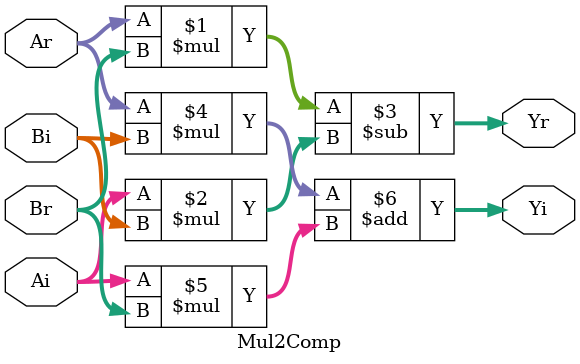
<source format=v>


//commented only temporarily
module test_fft8(/*Ter0,Ter1,Ter2,Ter3,Ter4,Ter5,Ter6,Ter7,
Tei0,Tei1,Tei2,Tei3,Tei4,Tei5,Tei6,Tei7*/
);

	reg signed [11:0]  Te1;
	reg signed [11:0]  Te2;
	reg signed [11:0]  Te3;
	reg signed [11:0]  Te4;
	reg signed [11:0]  Te5;
	reg signed [11:0]  Te6;
	reg signed [11:0]  Te7;
	reg signed [11:0]  Te8;

	/*output*/  wire signed [11:0]  Ter0;
	/*output*/  wire signed [11:0]  Ter1;
	/*output*/  wire signed [11:0]  Ter2;
	/*output*/  wire signed [11:0]  Ter3;
	/*output*/  wire signed [11:0]  Ter4;
	/*output*/  wire signed [11:0]  Ter5;
	/*output*/  wire signed [11:0]  Ter6;
	/*output*/  wire signed [11:0]  Ter7;
	/*output*/  wire signed [11:0]  Tei0;
	/*output*/  wire signed [11:0]  Tei1;
	/*output*/  wire signed [11:0]  Tei2;
	/*output*/  wire signed [11:0]  Tei3;
	/*output*/  wire signed [11:0]  Tei4;
	/*output*/  wire signed [11:0]  Tei5;
	/*output*/  wire signed [11:0]  Tei6;
	/*output*/  wire signed [11:0]  Tei7;
	

	/*for getting the magnitudes of the numbers*/
	/*output*/  wire signed [11:0]  MagnitudeT1;
	/*output*/  wire signed [11:0]  MagnitudeT2;
	/*output*/  wire signed [11:0]  MagnitudeT3;
	/*output*/  wire signed [11:0]  MagnitudeT4;
	/*output*/  wire signed [11:0]  MagnitudeT5;
	/*output*/  wire signed [11:0]  MagnitudeT6;
	/*output*/  wire signed [11:0]  MagnitudeT7;
	/*output*/  wire signed [11:0]  MagnitudeT8;


	fft8 m0(
	.Ar0(Te1),.Ar1(Te2),.Ar2(Te3),.Ar3(Te4),.Ar4(Te5),.Ar5(Te6),.Ar6(Te7),.Ar7(Te8),
	.Yr0(Ter0),.Yr1(Ter1),.Yr2(Ter2),.Yr3(Ter3),.Yr4(Ter4),.Yr5(Ter5),.Yr6(Ter6),.Yr7(Ter7),
	.Yi0(Tei0),.Yi1(Tei1),.Yi2(Tei2),.Yi3(Tei3),.Yi4(Tei4),.Yi5(Tei5),.Yi6(Tei6),.Yi7(Tei7),
	.StoreMag1(MagnitudeT1),.StoreMag2(MagnitudeT2),.StoreMag3(MagnitudeT3),.StoreMag4(MagnitudeT4),.StoreMag5(MagnitudeT5),.StoreMag6(MagnitudeT6),.StoreMag7(MagnitudeT7),.StoreMag8(MagnitudeT8)
	);
	/*testing*/
	initial begin
	Te1=12'd10;
	Te2=12'd5;
	Te3=-12'd10;
	Te4=12'd12;	
	Te5=-12'd15;	
	Te6=12'd14;
	Te7=12'd0;
	Te8=-12'd9;

	#5$display("The values of input are %3d , %3d , %3d , %3d , %3d , %3d , %3d , %3d and the values of the ouputs are %3d+%3di , %3d+%3di , %3d+%3di , %3d+%3di , %3d+%3di , %3d+%3di , %3d+%3di , %3d+%3di ",Te1,Te2,Te3,Te4,Te5,Te6,Te7,Te8,Ter0,Tei0,Ter1,Tei1,Ter2,Tei2,Ter3,Tei3,Ter4,Tei4,Ter5,Tei5,Ter6,Tei6,Ter7,Tei7);
	#10$display("The magnitudes of the outputs are %3d,%3d,%3d,%3d,%3d,%3d,%3d,%3d\n ",MagnitudeT1,MagnitudeT2,MagnitudeT3,MagnitudeT4,MagnitudeT5,MagnitudeT6,MagnitudeT7,MagnitudeT8);
	end
	/*testing*/

endmodule

module fft8(
Ar0,Ar1,Ar2,Ar3,Ar4,Ar5,Ar6,Ar7,//real parts , inputs will always be real
Yr0,Yr1,Yr2,Yr3,Yr4,Yr5,Yr6,Yr7,//real parts
Yi0,Yi1,Yi2,Yi3,Yi4,Yi5,Yi6,Yi7,
StoreMag1,StoreMag2,StoreMag3,StoreMag4,StoreMag5,StoreMag6,StoreMag7,StoreMag8
);	
	parameter TEN=12'd10;//changed:added signed coz division was going wrong
	//no effect of adding signed
	//removing + and seeing:no use

	/*inputs will be real*/
	input  wire signed [11:0]  Ar0;
	input  wire signed [11:0]  Ar1;
	input  wire signed [11:0]  Ar2;
	input  wire signed [11:0]  Ar3;
	input  wire signed [11:0]  Ar4;
	input  wire signed [11:0]  Ar5;
	input  wire signed [11:0]  Ar6;
	input  wire signed [11:0]  Ar7;

	output  [11:0] StoreMag1;
	output  [11:0] StoreMag2;
	output  [11:0] StoreMag3;
	output  [11:0] StoreMag4;
	output  [11:0] StoreMag5;
	output  [11:0] StoreMag6;
	output  [11:0] StoreMag7;
	output  [11:0] StoreMag8;

	output  wire signed [11:0]  Yr0;
	output  wire signed [11:0]  Yr1;
	output  wire signed [11:0]  Yr2;
	output  wire signed [11:0]  Yr3;
	output  wire signed [11:0]  Yr4;
	output  wire signed [11:0]  Yr5;
	output  wire signed [11:0]  Yr6;
	output  wire signed [11:0]  Yr7;
	output  wire signed [11:0]  Yi0;
	output  wire signed [11:0]  Yi1;
	output  wire signed [11:0]  Yi2;
	output  wire signed [11:0]  Yi3;
	output  wire signed [11:0]  Yi4;
	output  wire signed [11:0]  Yi5;
	output  wire signed [11:0]  Yi6;
	output  wire signed [11:0]  Yi7;
	
	/*These are 4 of the 8th roots of unity*/
	reg signed [11:0] Wr0=12'd10;//W0 is 1+0i multiplied by 10
	reg signed [11:0] Wi0=12'd0;
	reg signed [11:0] Wr1=12'd7;//W1 is 0.7+0.7i multiplied by 10
	reg signed [11:0] Wi1=12'd7;
	reg signed [11:0] Wr2=12'd0;//W2 is 0+1i multiplied by 10
	reg signed [11:0] Wi2=12'd10;
	reg signed [11:0] Wr3= -12'd7;//W3 is -0.7+0.7i multiplied by 10
	reg signed [11:0] Wi3=12'd7;

	//variables in which return values of 4point fft will be stored 
	//this is for 1st 4 point fft output
	wire signed [11:0] Sr0;//S for store
	wire signed [11:0] Si0;
	wire signed [11:0] Sr1;//
	wire signed [11:0] Si1;
	wire signed [11:0] Sr2;//
	wire signed [11:0] Si2;
	wire signed [11:0] Sr3;//
	wire signed [11:0] Si3;

	wire signed [11:0] Qr0;//Q for store
	wire signed [11:0] Qi0;
	wire signed [11:0] Qr1;//
	wire signed [11:0] Qi1;
	wire signed [11:0] Qr2;//
	wire signed [11:0] Qi2;
	wire signed [11:0] Qr3;//
	wire signed [11:0] Qi3;


	//possibility of making it unsigned????????
	wire [11:0] StoreMag1;
	wire [11:0] StoreMag2;
	wire [11:0] StoreMag3;
	wire [11:0] StoreMag4;
	wire [11:0] StoreMag5;
	wire [11:0] StoreMag6;
	wire [11:0] StoreMag7;
	wire [11:0] StoreMag8;


	//for storing the value of multiplication of w and ouput of second 4point fft
	wire signed [11:0] Mr0;//Q for store
	wire signed [11:0] Mi0;
	wire signed [11:0] Mr1;//
	wire signed [11:0] Mi1;
	wire signed [11:0] Mr2;//
	wire signed [11:0] Mi2;
	wire signed [11:0] Mr3;//
	wire signed [11:0] Mi3;

	wire [11:0] modulusNumber;//testing

	//COu is C output , CIn is C Input
	//r stands for real and i for imaginary
	fft4 u0(
	.Cin0(Ar0),.Cin1(Ar2),.Cin2(Ar4),.Cin3(Ar6),
	/*these are the 4 (imaginary and real parts)outputs from the first 4point fft*/
	.COur0(Sr0),.COur1(Sr1),.COur2(Sr2),.COur3(Sr3),// it is COu for C Ouutput
	.COui0(Si0),.COui1(Si1),.COui2(Si2),.COui3(Si3)
	);
	fft4 u1(
	.Cin0(Ar1),.Cin1(Ar3),.Cin2(Ar5),.Cin3(Ar7),
	/*these are the 4 (imaginary and real parts)outputs from the second 4point fft*/
	.COur0(Qr0),.COur1(Qr1),.COur2(Qr2),.COur3(Qr3),
	.COui0(Qi0),.COui1(Qi1),.COui2(Qi2),.COui3(Qi3)
	);
	
	/*testing*/
	/*always@(*) begin
	$display("1st 4 point fft with input %d,%d,%d,%d gives output %d+%di,%d+%di,%d+%di,%d+%di\n",Ar0,Ar2,Ar4,Ar6,Sr0,Si0,Sr1,Si1,Sr2,Si2,Sr3,Si3);
	
	$display("2nd 4 point fft with input %d,%d,%d,%d gives output %d+%di,%d+%di,%d+%di,%d+%di\n",Ar1,Ar3,Ar5,Ar7,Qr0,Qi0,Qr1,Qi1,Qr2,Qi2,Qr3,Qi3);
	end*/
	/*testing*/

	//??????????????????Multiplying by 10???????????????????? before the complex multiplication?
	/*i dont think there is a necessity to multiply ouput of 2nd
	4point fft by 10 since we are already multiplying 10 to Ws
	and those get multiplied with the outputs */
	Mul2Comp w0(
	.Ar(Wr0),.Ai(Wi0),
	.Br(Qr0),.Bi(Qi0),
	.Yr(Mr0),.Yi(Mi0)
	);

	Mul2Comp w1(
	.Ar(Wr1),.Ai(Wi1),
	.Br(Qr1),.Bi(Qi1),
	.Yr(Mr1),.Yi(Mi1)
	);

	Mul2Comp w2(
	.Ar(Wr2),.Ai(Wi2),
	.Br(Qr2),.Bi(Qi2),
	.Yr(Mr2),.Yi(Mi2)
	);

	Mul2Comp w3(
	.Ar(Wr3),.Ai(Wi3),
	.Br(Qr3),.Bi(Qi3),
	.Yr(Mr3),.Yi(Mi3)
	);
	
	/*testing*/
	/*always@(*) begin
	$display("Multiplying complex roots in 8 point fft\n");
	$display("Multiplication of %d+%di and %d+%di gives %d+%di\n",Wr0,Wi0,Qr0,Qi0,Mr0,Mi0);
	$display("Multiplication of %d+%di and %d+%di gives %d+%di\n",Wr1,Wi1,Qr1,Qi1,Mr1,Mi1);
	$display("Multiplication of %d+%di and %d+%di gives %d+%di\n",Wr2,Wi2,Qr2,Qi2,Mr2,Mi2);
	$display("Multiplication of %d+%di and %d+%di gives %d+%di\n",Wr3,Wi3,Qr3,Qi3,Mr3,Mi3);
	end*/
	/*testing*/

	/*execution time can be minimised by storing values of Sr0,...Si3*/
	assign Yr0=(Sr0*TEN)+Mr0;
	assign Yi0=(Si0*TEN)+Mi0;
	assign Yr1=(Sr1*TEN)+Mr1;
	assign Yi1=(Si1*TEN)+Mi1;
	assign Yr2=(Sr2*TEN)+Mr2;
	assign Yi2=(Si2*TEN)+Mi2;
	assign Yr3=(Sr3*TEN)+Mr3;
	assign Yi3=(Si3*TEN)+Mi3;

	assign Yr4=(Sr0*TEN)-Mr0;
	assign Yi4=(Si0*TEN)-Mi0;
	assign Yr5=(Sr1*TEN)-Mr1;
	assign Yi5=(Si1*TEN)-Mi1;
	assign Yr6=(Sr2*TEN)-Mr2;
	assign Yi6=(Si2*TEN)-Mi2;
	assign Yr7=(Sr3*TEN)-Mr3;
	assign Yi7=(Si3*TEN)-Mi3;

	/*testing*/
	/*always@(*) begin
	$display("The final stage calculations and outputs are as follows:\n");
	$display("%d+%di and %d+%di gives %d+%di\n",Sr0,Si0,Mr0,Mi0,Yr0,Yi0);
	$display("%d+%di and %d+%di gives %d+%di\n",Sr1,Si1,Mr1,Mi1,Yr1,Yi1);
	$display("%d+%di and %d+%di gives %d+%di\n",Sr2,Si2,Mr2,Mi2,Yr2,Yi2);
	$display("%d+%di 
	$display("%d+%di and %d+%di gives %d+%di\n",Sr0,Si0,Mr0,Mi0,Yr4,Yi4);
	$display("%d+%di and %d+%di gives %d+%di\n",Sr1,Si1,Mr0,Mi0,Yr5,Yi5);
	$display("%d+%di and %d+%di gives %d+%di\n",Sr2,Si2,Mr0,Mi0,Yr6,Yi6);
	$display("%d+%di and %d+%di gives %d+%di\n",Sr3,Si3,Mr0,Mi0,Yr6,Yi6);
	end*/
	/*testing*/



	/*i will divide the numbers by 10 after fft8 is done*/	
	/*coz i have to take modulus by squaring and then i will*/
	/*take the square roots , so for all these operations*/
	/*making the number smaller is necessary or the number will overflow*/

	//dividing by 10 yielded 1 for 1.6 as the number why ???????????????????
	assign StoreMag1=((Yr0/TEN)*(Yr0/TEN))+((Yi0/TEN)*(Yi0/TEN));
	assign StoreMag2=((Yr1/TEN)*(Yr1/TEN))+((Yi1/TEN)*(Yi1/TEN));
	assign StoreMag3=((Yr2/TEN)*(Yr2/TEN))+((Yi2/TEN)*(Yi2/TEN));
	assign StoreMag4=((Yr3/TEN)*(Yr3/TEN))+((Yi3/TEN)*(Yi3/TEN));
	assign StoreMag5=((Yr4/TEN)*(Yr4/TEN))+((Yi4/TEN)*(Yi4/TEN));
	assign StoreMag6=((Yr5/TEN)*(Yr5/TEN))+((Yi5/TEN)*(Yi5/TEN));
	assign StoreMag7=((Yr6/TEN)*(Yr6/TEN))+((Yi6/TEN)*(Yi6/TEN));
	assign StoreMag8=((Yr7/TEN)*(Yr7/TEN))+((Yi7/TEN)*(Yi7/TEN));

	//testing
	initial begin
	#30 $display("Value of Square of Yr6 is %d\n",(Yr6/TEN)*(Yr6/TEN));
	#10 $display("Value of Square of Yi6 is %d\n",(Yi6/TEN)*(Yi6/TEN));
	#10 $display("Value of Square of Yi6/TEN is %d\n",modulusNumber/TEN);//adding signed and seing
	//writing 10 as a number and seeing:no use
	end


endmodule

/*.Cin0(Ar1),.Cin1(Ar3),.Cin2(Ar5),.Cin3(Ar7),
	these are the 4 (imaginary and real parts)outputs from the second 4point fft
	.COur0(Qr0),.COur1(Qr1),.COur2(Qr2),.COur3(Qr3),
	.COui0(Qi0),.COui1(Qi1),.COui2(Qi2),.COui3(Qi3)*/
/*to see what variables are needed for fft4*/

module fft4(
Cin0,Cin1,Cin2,Cin3,
COur0,COur1,COur2,COur3,
COui0,COui1,COui2,COui3
);
	input signed [11:0] Cin0;
	input signed [11:0] Cin1;
	input signed [11:0] Cin2;
	input signed [11:0] Cin3;
	
	wire [11:0] Cin0;
	wire [11:0] Cin1;
	wire [11:0] Cin2;
	wire [11:0] Cin3;


	output signed [11:0] COur0;
	output signed [11:0] COur1;
	output signed [11:0] COur2;
	output signed [11:0] COur3;
	output signed [11:0] COui0;
	output signed [11:0] COui1;
	output signed [11:0] COui2;
	output signed [11:0] COui3;

	wire [11:0] COur0;
	wire [11:0] COur1;
	wire [11:0] COur2;
	wire [11:0] COur3;
	wire [11:0] COui0;
	wire [11:0] COui1;
	wire [11:0] COui2;
	wire [11:0] COui3;


	/*to catch the output of the values thrown out
	by 2 point fft*/
	wire signed [11:0] Cat0;//Cat is for 'catch'ing the values
	wire signed [11:0] Cat1;
	wire signed [11:0] Cat2;
	wire signed [11:0] Cat3;

	fft2 u0(.Fin0(Cin0),.Fin1(Cin2),.Fout0(Cat0),.Fout1(Cat1));
	fft2 u1(.Fin0(Cin1),.Fin1(Cin3),.Fout0(Cat2),.Fout1(Cat3));

	/*testing*/
	/*always@(*) begin
	$display("The 1st  2 point fft having input as %d,%d gives ouput as %d , %d\n",Cin0,Cin2,Cat0,Cat1);

	$display("The 2nd  2 point fft having input as %d,%d gives ouput as %d , %d\n", Cin1,Cin3,Cat2,Cat3);

	end*/
	/*testing*/

	/*combining*/
	assign COur0=Cat0+Cat2;
	assign COui0=0;
	assign COur1=Cat1;
	assign COui1=Cat3;
	assign COur2=Cat0-Cat2;
	assign COui2=0;
	assign COur3=Cat1;
	assign COui3= -Cat3;

endmodule

module fft2(
Fin0,Fin1,Fout0,Fout1
);
	input signed [11:0] Fin0;
	input signed [11:0] Fin1;
	output signed [11:0] Fout0;
	output signed [11:0] Fout1;

	wire [11:0] Fin0;
	wire [11:0] Fin1;
	wire [11:0] Fout0;
	wire [11:0] Fout1;


	assign Fout0=Fin0+Fin1;
	assign Fout1=Fin0-Fin1;

endmodule

module Mul2Comp(Ar,Ai,Br,Bi,Yr,Yi);
	input wire [11:0] Ar;
	input wire [11:0] Ai;
	input wire [11:0] Br;
	input wire [11:0] Bi;
	output [11:0] Yr;
	output [11:0] Yi;
	
	wire [11:0] Yr;
	wire [11:0] Yi;

	assign Yr=(Ar*Br)-(Ai*Bi);
	assign Yi=(Ar*Bi)+(Ai*Br);

endmodule


</source>
